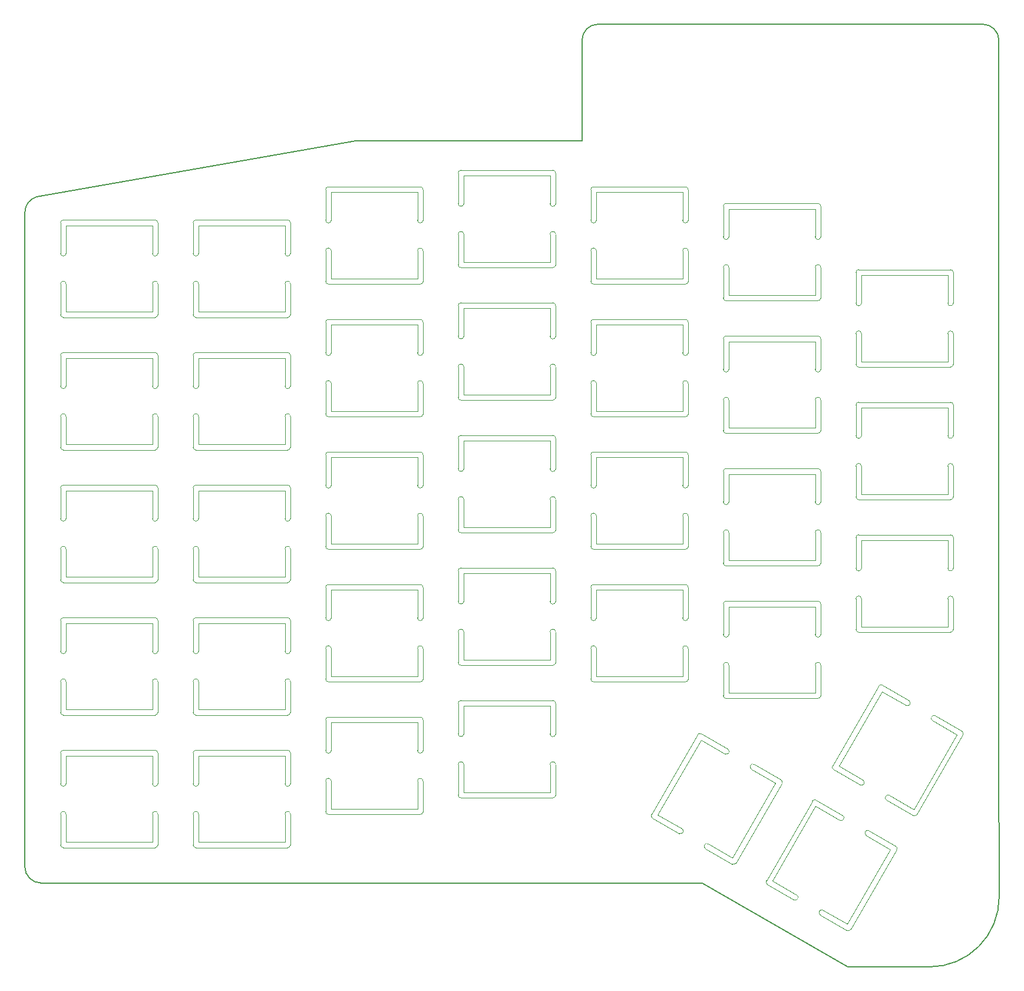
<source format=gbr>
G04 #@! TF.GenerationSoftware,KiCad,Pcbnew,5.1.2*
G04 #@! TF.CreationDate,2019-07-12T22:01:27+01:00*
G04 #@! TF.ProjectId,ergosnap,6572676f-736e-4617-902e-6b696361645f,1.0*
G04 #@! TF.SameCoordinates,Original*
G04 #@! TF.FileFunction,Profile,NP*
%FSLAX46Y46*%
G04 Gerber Fmt 4.6, Leading zero omitted, Abs format (unit mm)*
G04 Created by KiCad (PCBNEW 5.1.2) date 2019-07-12 22:01:27*
%MOMM*%
%LPD*%
G04 APERTURE LIST*
%ADD10C,0.150000*%
%ADD11C,0.100000*%
G04 APERTURE END LIST*
D10*
X214878000Y-148317000D02*
G75*
G02X204878000Y-158317000I-10000000J0D01*
G01*
X154940000Y-39624000D02*
X122428000Y-39624000D01*
X154940000Y-25146000D02*
X154940000Y-39624000D01*
X212550000Y-22860000D02*
X157226000Y-22860000D01*
X214836000Y-58674000D02*
X214836000Y-25146000D01*
X204878000Y-158317000D02*
X193167000Y-158317000D01*
X214836000Y-126619000D02*
X214878000Y-148317000D01*
X172212000Y-146252000D02*
X193167000Y-158317000D01*
X214836000Y-122174000D02*
X214836000Y-126619000D01*
X214836000Y-110236000D02*
X214836000Y-122174000D01*
X214836000Y-58674000D02*
X214836000Y-110236000D01*
X214836000Y-25146000D02*
G75*
G03X212550000Y-22860000I-2286000J0D01*
G01*
X74882000Y-143966000D02*
X74882000Y-49864106D01*
X77168000Y-146252000D02*
X114808000Y-146252000D01*
X74882000Y-143966000D02*
G75*
G03X77168000Y-146252000I2286000J0D01*
G01*
X157226000Y-22860000D02*
G75*
G03X154940000Y-25146000I0J-2286000D01*
G01*
X76576340Y-47656000D02*
G75*
G03X74882000Y-49864106I591660J-2208106D01*
G01*
X122428000Y-39624000D02*
X76576340Y-47656000D01*
X114808000Y-146252000D02*
X172212000Y-146252000D01*
D11*
X203077178Y-136418068D02*
X209677178Y-124986532D01*
X202584358Y-135671658D02*
X208784358Y-124932942D01*
X191845642Y-129471658D02*
X198045642Y-118732942D01*
X190952822Y-129418068D02*
X197552822Y-117986532D01*
X202584358Y-135671658D02*
X199120256Y-133671658D01*
X202530768Y-136564478D02*
X198720256Y-134364478D01*
X205320256Y-122932942D02*
X208784358Y-124932942D01*
X209530768Y-124440122D02*
X205720256Y-122240122D01*
X201509744Y-120732942D02*
X198045642Y-118732942D01*
X201909744Y-120040122D02*
X198099232Y-117840122D01*
X191845642Y-129471658D02*
X195309744Y-131471658D01*
X194909744Y-132164478D02*
X191099232Y-129964478D01*
X209530768Y-124440122D02*
G75*
G02X209677178Y-124986532I-200000J-346410D01*
G01*
X203077178Y-136418068D02*
G75*
G02X202530768Y-136564478I-346410J200000D01*
G01*
X191099232Y-129964478D02*
G75*
G02X190952822Y-129418068I200000J346410D01*
G01*
X197552822Y-117986532D02*
G75*
G02X198099232Y-117840122I346410J-200000D01*
G01*
X198720252Y-134364476D02*
G75*
G02X199120256Y-133671658I200004J346408D01*
G01*
X195309748Y-131471660D02*
G75*
G02X194909744Y-132164478I-200004J-346408D01*
G01*
X205320252Y-122932940D02*
G75*
G02X205720256Y-122240122I200004J346408D01*
G01*
X201909748Y-120040124D02*
G75*
G02X201509744Y-120732942I-200004J-346408D01*
G01*
X193552178Y-152916068D02*
X200152178Y-141484532D01*
X193059358Y-152169658D02*
X199259358Y-141430942D01*
X182320642Y-145969658D02*
X188520642Y-135230942D01*
X181427822Y-145916068D02*
X188027822Y-134484532D01*
X193059358Y-152169658D02*
X189595256Y-150169658D01*
X193005768Y-153062478D02*
X189195256Y-150862478D01*
X195795256Y-139430942D02*
X199259358Y-141430942D01*
X200005768Y-140938122D02*
X196195256Y-138738122D01*
X191984744Y-137230942D02*
X188520642Y-135230942D01*
X192384744Y-136538122D02*
X188574232Y-134338122D01*
X182320642Y-145969658D02*
X185784744Y-147969658D01*
X185384744Y-148662478D02*
X181574232Y-146462478D01*
X200005768Y-140938122D02*
G75*
G02X200152178Y-141484532I-200000J-346410D01*
G01*
X193552178Y-152916068D02*
G75*
G02X193005768Y-153062478I-346410J200000D01*
G01*
X181574232Y-146462478D02*
G75*
G02X181427822Y-145916068I200000J346410D01*
G01*
X188027822Y-134484532D02*
G75*
G02X188574232Y-134338122I346410J-200000D01*
G01*
X189195252Y-150862476D02*
G75*
G02X189595256Y-150169658I200004J346408D01*
G01*
X185784748Y-147969660D02*
G75*
G02X185384744Y-148662478I-200004J-346408D01*
G01*
X195795252Y-139430940D02*
G75*
G02X196195256Y-138738122I200004J346408D01*
G01*
X192384748Y-136538124D02*
G75*
G02X191984744Y-137230942I-200004J-346408D01*
G01*
X177054178Y-143391018D02*
X183654178Y-131959482D01*
X176561358Y-142644608D02*
X182761358Y-131905892D01*
X165822642Y-136444608D02*
X172022642Y-125705892D01*
X164929822Y-136391018D02*
X171529822Y-124959482D01*
X176561358Y-142644608D02*
X173097256Y-140644608D01*
X176507768Y-143537428D02*
X172697256Y-141337428D01*
X179297256Y-129905892D02*
X182761358Y-131905892D01*
X183507768Y-131413072D02*
X179697256Y-129213072D01*
X175486744Y-127705892D02*
X172022642Y-125705892D01*
X175886744Y-127013072D02*
X172076232Y-124813072D01*
X165822642Y-136444608D02*
X169286744Y-138444608D01*
X168886744Y-139137428D02*
X165076232Y-136937428D01*
X183507768Y-131413072D02*
G75*
G02X183654178Y-131959482I-200000J-346410D01*
G01*
X177054178Y-143391018D02*
G75*
G02X176507768Y-143537428I-346410J200000D01*
G01*
X165076232Y-136937428D02*
G75*
G02X164929822Y-136391018I200000J346410D01*
G01*
X171529822Y-124959482D02*
G75*
G02X172076232Y-124813072I346410J-200000D01*
G01*
X172697252Y-141337426D02*
G75*
G02X173097256Y-140644608I200004J346408D01*
G01*
X169286748Y-138444610D02*
G75*
G02X168886744Y-139137428I-200004J-346408D01*
G01*
X179297252Y-129905890D02*
G75*
G02X179697256Y-129213072I200004J346408D01*
G01*
X175886748Y-127013074D02*
G75*
G02X175486744Y-127705892I-200004J-346408D01*
G01*
X137545000Y-134031750D02*
X150745000Y-134031750D01*
X137945000Y-133231750D02*
X150345000Y-133231750D01*
X137945000Y-120831750D02*
X150345000Y-120831750D01*
X137545000Y-120031750D02*
X150745000Y-120031750D01*
X137945000Y-133231750D02*
X137945000Y-129231750D01*
X137145000Y-133631750D02*
X137145000Y-129231750D01*
X150345000Y-129231750D02*
X150345000Y-133231750D01*
X151145000Y-133631750D02*
X151145000Y-129231750D01*
X150345000Y-124831750D02*
X150345000Y-120831750D01*
X151145000Y-124831750D02*
X151145000Y-120431750D01*
X137945000Y-120831750D02*
X137945000Y-124831750D01*
X137145000Y-124831750D02*
X137145000Y-120431750D01*
X151145000Y-133631750D02*
G75*
G02X150745000Y-134031750I-400000J0D01*
G01*
X137545000Y-134031750D02*
G75*
G02X137145000Y-133631750I0J400000D01*
G01*
X137145000Y-120431750D02*
G75*
G02X137545000Y-120031750I400000J0D01*
G01*
X150745000Y-120031750D02*
G75*
G02X151145000Y-120431750I0J-400000D01*
G01*
X137145000Y-129231745D02*
G75*
G02X137945000Y-129231750I400000J-5D01*
G01*
X137945000Y-124831755D02*
G75*
G02X137145000Y-124831750I-400000J5D01*
G01*
X150345000Y-129231745D02*
G75*
G02X151145000Y-129231750I400000J-5D01*
G01*
X151145000Y-124831755D02*
G75*
G02X150345000Y-124831750I-400000J5D01*
G01*
X118495000Y-136413000D02*
X131695000Y-136413000D01*
X118895000Y-135613000D02*
X131295000Y-135613000D01*
X118895000Y-123213000D02*
X131295000Y-123213000D01*
X118495000Y-122413000D02*
X131695000Y-122413000D01*
X118895000Y-135613000D02*
X118895000Y-131613000D01*
X118095000Y-136013000D02*
X118095000Y-131613000D01*
X131295000Y-131613000D02*
X131295000Y-135613000D01*
X132095000Y-136013000D02*
X132095000Y-131613000D01*
X131295000Y-127213000D02*
X131295000Y-123213000D01*
X132095000Y-127213000D02*
X132095000Y-122813000D01*
X118895000Y-123213000D02*
X118895000Y-127213000D01*
X118095000Y-127213000D02*
X118095000Y-122813000D01*
X132095000Y-136013000D02*
G75*
G02X131695000Y-136413000I-400000J0D01*
G01*
X118495000Y-136413000D02*
G75*
G02X118095000Y-136013000I0J400000D01*
G01*
X118095000Y-122813000D02*
G75*
G02X118495000Y-122413000I400000J0D01*
G01*
X131695000Y-122413000D02*
G75*
G02X132095000Y-122813000I0J-400000D01*
G01*
X118095000Y-131612995D02*
G75*
G02X118895000Y-131613000I400000J-5D01*
G01*
X118895000Y-127213005D02*
G75*
G02X118095000Y-127213000I-400000J5D01*
G01*
X131295000Y-131612995D02*
G75*
G02X132095000Y-131613000I400000J-5D01*
G01*
X132095000Y-127213005D02*
G75*
G02X131295000Y-127213000I-400000J5D01*
G01*
X99445000Y-141175500D02*
X112645000Y-141175500D01*
X99845000Y-140375500D02*
X112245000Y-140375500D01*
X99845000Y-127975500D02*
X112245000Y-127975500D01*
X99445000Y-127175500D02*
X112645000Y-127175500D01*
X99845000Y-140375500D02*
X99845000Y-136375500D01*
X99045000Y-140775500D02*
X99045000Y-136375500D01*
X112245000Y-136375500D02*
X112245000Y-140375500D01*
X113045000Y-140775500D02*
X113045000Y-136375500D01*
X112245000Y-131975500D02*
X112245000Y-127975500D01*
X113045000Y-131975500D02*
X113045000Y-127575500D01*
X99845000Y-127975500D02*
X99845000Y-131975500D01*
X99045000Y-131975500D02*
X99045000Y-127575500D01*
X113045000Y-140775500D02*
G75*
G02X112645000Y-141175500I-400000J0D01*
G01*
X99445000Y-141175500D02*
G75*
G02X99045000Y-140775500I0J400000D01*
G01*
X99045000Y-127575500D02*
G75*
G02X99445000Y-127175500I400000J0D01*
G01*
X112645000Y-127175500D02*
G75*
G02X113045000Y-127575500I0J-400000D01*
G01*
X99045000Y-136375495D02*
G75*
G02X99845000Y-136375500I400000J-5D01*
G01*
X99845000Y-131975505D02*
G75*
G02X99045000Y-131975500I-400000J5D01*
G01*
X112245000Y-136375495D02*
G75*
G02X113045000Y-136375500I400000J-5D01*
G01*
X113045000Y-131975505D02*
G75*
G02X112245000Y-131975500I-400000J5D01*
G01*
X80395000Y-141175500D02*
X93595000Y-141175500D01*
X80795000Y-140375500D02*
X93195000Y-140375500D01*
X80795000Y-127975500D02*
X93195000Y-127975500D01*
X80395000Y-127175500D02*
X93595000Y-127175500D01*
X80795000Y-140375500D02*
X80795000Y-136375500D01*
X79995000Y-140775500D02*
X79995000Y-136375500D01*
X93195000Y-136375500D02*
X93195000Y-140375500D01*
X93995000Y-140775500D02*
X93995000Y-136375500D01*
X93195000Y-131975500D02*
X93195000Y-127975500D01*
X93995000Y-131975500D02*
X93995000Y-127575500D01*
X80795000Y-127975500D02*
X80795000Y-131975500D01*
X79995000Y-131975500D02*
X79995000Y-127575500D01*
X93995000Y-140775500D02*
G75*
G02X93595000Y-141175500I-400000J0D01*
G01*
X80395000Y-141175500D02*
G75*
G02X79995000Y-140775500I0J400000D01*
G01*
X79995000Y-127575500D02*
G75*
G02X80395000Y-127175500I400000J0D01*
G01*
X93595000Y-127175500D02*
G75*
G02X93995000Y-127575500I0J-400000D01*
G01*
X79995000Y-136375495D02*
G75*
G02X80795000Y-136375500I400000J-5D01*
G01*
X80795000Y-131975505D02*
G75*
G02X79995000Y-131975500I-400000J5D01*
G01*
X93195000Y-136375495D02*
G75*
G02X93995000Y-136375500I400000J-5D01*
G01*
X93995000Y-131975505D02*
G75*
G02X93195000Y-131975500I-400000J5D01*
G01*
X194695000Y-110219250D02*
X207895000Y-110219250D01*
X195095000Y-109419250D02*
X207495000Y-109419250D01*
X195095000Y-97019250D02*
X207495000Y-97019250D01*
X194695000Y-96219250D02*
X207895000Y-96219250D01*
X195095000Y-109419250D02*
X195095000Y-105419250D01*
X194295000Y-109819250D02*
X194295000Y-105419250D01*
X207495000Y-105419250D02*
X207495000Y-109419250D01*
X208295000Y-109819250D02*
X208295000Y-105419250D01*
X207495000Y-101019250D02*
X207495000Y-97019250D01*
X208295000Y-101019250D02*
X208295000Y-96619250D01*
X195095000Y-97019250D02*
X195095000Y-101019250D01*
X194295000Y-101019250D02*
X194295000Y-96619250D01*
X208295000Y-109819250D02*
G75*
G02X207895000Y-110219250I-400000J0D01*
G01*
X194695000Y-110219250D02*
G75*
G02X194295000Y-109819250I0J400000D01*
G01*
X194295000Y-96619250D02*
G75*
G02X194695000Y-96219250I400000J0D01*
G01*
X207895000Y-96219250D02*
G75*
G02X208295000Y-96619250I0J-400000D01*
G01*
X194295000Y-105419245D02*
G75*
G02X195095000Y-105419250I400000J-5D01*
G01*
X195095000Y-101019255D02*
G75*
G02X194295000Y-101019250I-400000J5D01*
G01*
X207495000Y-105419245D02*
G75*
G02X208295000Y-105419250I400000J-5D01*
G01*
X208295000Y-101019255D02*
G75*
G02X207495000Y-101019250I-400000J5D01*
G01*
X194695000Y-91169250D02*
X207895000Y-91169250D01*
X195095000Y-90369250D02*
X207495000Y-90369250D01*
X195095000Y-77969250D02*
X207495000Y-77969250D01*
X194695000Y-77169250D02*
X207895000Y-77169250D01*
X195095000Y-90369250D02*
X195095000Y-86369250D01*
X194295000Y-90769250D02*
X194295000Y-86369250D01*
X207495000Y-86369250D02*
X207495000Y-90369250D01*
X208295000Y-90769250D02*
X208295000Y-86369250D01*
X207495000Y-81969250D02*
X207495000Y-77969250D01*
X208295000Y-81969250D02*
X208295000Y-77569250D01*
X195095000Y-77969250D02*
X195095000Y-81969250D01*
X194295000Y-81969250D02*
X194295000Y-77569250D01*
X208295000Y-90769250D02*
G75*
G02X207895000Y-91169250I-400000J0D01*
G01*
X194695000Y-91169250D02*
G75*
G02X194295000Y-90769250I0J400000D01*
G01*
X194295000Y-77569250D02*
G75*
G02X194695000Y-77169250I400000J0D01*
G01*
X207895000Y-77169250D02*
G75*
G02X208295000Y-77569250I0J-400000D01*
G01*
X194295000Y-86369245D02*
G75*
G02X195095000Y-86369250I400000J-5D01*
G01*
X195095000Y-81969255D02*
G75*
G02X194295000Y-81969250I-400000J5D01*
G01*
X207495000Y-86369245D02*
G75*
G02X208295000Y-86369250I400000J-5D01*
G01*
X208295000Y-81969255D02*
G75*
G02X207495000Y-81969250I-400000J5D01*
G01*
X194695000Y-72119250D02*
X207895000Y-72119250D01*
X195095000Y-71319250D02*
X207495000Y-71319250D01*
X195095000Y-58919250D02*
X207495000Y-58919250D01*
X194695000Y-58119250D02*
X207895000Y-58119250D01*
X195095000Y-71319250D02*
X195095000Y-67319250D01*
X194295000Y-71719250D02*
X194295000Y-67319250D01*
X207495000Y-67319250D02*
X207495000Y-71319250D01*
X208295000Y-71719250D02*
X208295000Y-67319250D01*
X207495000Y-62919250D02*
X207495000Y-58919250D01*
X208295000Y-62919250D02*
X208295000Y-58519250D01*
X195095000Y-58919250D02*
X195095000Y-62919250D01*
X194295000Y-62919250D02*
X194295000Y-58519250D01*
X208295000Y-71719250D02*
G75*
G02X207895000Y-72119250I-400000J0D01*
G01*
X194695000Y-72119250D02*
G75*
G02X194295000Y-71719250I0J400000D01*
G01*
X194295000Y-58519250D02*
G75*
G02X194695000Y-58119250I400000J0D01*
G01*
X207895000Y-58119250D02*
G75*
G02X208295000Y-58519250I0J-400000D01*
G01*
X194295000Y-67319245D02*
G75*
G02X195095000Y-67319250I400000J-5D01*
G01*
X195095000Y-62919255D02*
G75*
G02X194295000Y-62919250I-400000J5D01*
G01*
X207495000Y-67319245D02*
G75*
G02X208295000Y-67319250I400000J-5D01*
G01*
X208295000Y-62919255D02*
G75*
G02X207495000Y-62919250I-400000J5D01*
G01*
X175645000Y-119744250D02*
X188845000Y-119744250D01*
X176045000Y-118944250D02*
X188445000Y-118944250D01*
X176045000Y-106544250D02*
X188445000Y-106544250D01*
X175645000Y-105744250D02*
X188845000Y-105744250D01*
X176045000Y-118944250D02*
X176045000Y-114944250D01*
X175245000Y-119344250D02*
X175245000Y-114944250D01*
X188445000Y-114944250D02*
X188445000Y-118944250D01*
X189245000Y-119344250D02*
X189245000Y-114944250D01*
X188445000Y-110544250D02*
X188445000Y-106544250D01*
X189245000Y-110544250D02*
X189245000Y-106144250D01*
X176045000Y-106544250D02*
X176045000Y-110544250D01*
X175245000Y-110544250D02*
X175245000Y-106144250D01*
X189245000Y-119344250D02*
G75*
G02X188845000Y-119744250I-400000J0D01*
G01*
X175645000Y-119744250D02*
G75*
G02X175245000Y-119344250I0J400000D01*
G01*
X175245000Y-106144250D02*
G75*
G02X175645000Y-105744250I400000J0D01*
G01*
X188845000Y-105744250D02*
G75*
G02X189245000Y-106144250I0J-400000D01*
G01*
X175245000Y-114944245D02*
G75*
G02X176045000Y-114944250I400000J-5D01*
G01*
X176045000Y-110544255D02*
G75*
G02X175245000Y-110544250I-400000J5D01*
G01*
X188445000Y-114944245D02*
G75*
G02X189245000Y-114944250I400000J-5D01*
G01*
X189245000Y-110544255D02*
G75*
G02X188445000Y-110544250I-400000J5D01*
G01*
X175645000Y-100694250D02*
X188845000Y-100694250D01*
X176045000Y-99894250D02*
X188445000Y-99894250D01*
X176045000Y-87494250D02*
X188445000Y-87494250D01*
X175645000Y-86694250D02*
X188845000Y-86694250D01*
X176045000Y-99894250D02*
X176045000Y-95894250D01*
X175245000Y-100294250D02*
X175245000Y-95894250D01*
X188445000Y-95894250D02*
X188445000Y-99894250D01*
X189245000Y-100294250D02*
X189245000Y-95894250D01*
X188445000Y-91494250D02*
X188445000Y-87494250D01*
X189245000Y-91494250D02*
X189245000Y-87094250D01*
X176045000Y-87494250D02*
X176045000Y-91494250D01*
X175245000Y-91494250D02*
X175245000Y-87094250D01*
X189245000Y-100294250D02*
G75*
G02X188845000Y-100694250I-400000J0D01*
G01*
X175645000Y-100694250D02*
G75*
G02X175245000Y-100294250I0J400000D01*
G01*
X175245000Y-87094250D02*
G75*
G02X175645000Y-86694250I400000J0D01*
G01*
X188845000Y-86694250D02*
G75*
G02X189245000Y-87094250I0J-400000D01*
G01*
X175245000Y-95894245D02*
G75*
G02X176045000Y-95894250I400000J-5D01*
G01*
X176045000Y-91494255D02*
G75*
G02X175245000Y-91494250I-400000J5D01*
G01*
X188445000Y-95894245D02*
G75*
G02X189245000Y-95894250I400000J-5D01*
G01*
X189245000Y-91494255D02*
G75*
G02X188445000Y-91494250I-400000J5D01*
G01*
X175645000Y-81644250D02*
X188845000Y-81644250D01*
X176045000Y-80844250D02*
X188445000Y-80844250D01*
X176045000Y-68444250D02*
X188445000Y-68444250D01*
X175645000Y-67644250D02*
X188845000Y-67644250D01*
X176045000Y-80844250D02*
X176045000Y-76844250D01*
X175245000Y-81244250D02*
X175245000Y-76844250D01*
X188445000Y-76844250D02*
X188445000Y-80844250D01*
X189245000Y-81244250D02*
X189245000Y-76844250D01*
X188445000Y-72444250D02*
X188445000Y-68444250D01*
X189245000Y-72444250D02*
X189245000Y-68044250D01*
X176045000Y-68444250D02*
X176045000Y-72444250D01*
X175245000Y-72444250D02*
X175245000Y-68044250D01*
X189245000Y-81244250D02*
G75*
G02X188845000Y-81644250I-400000J0D01*
G01*
X175645000Y-81644250D02*
G75*
G02X175245000Y-81244250I0J400000D01*
G01*
X175245000Y-68044250D02*
G75*
G02X175645000Y-67644250I400000J0D01*
G01*
X188845000Y-67644250D02*
G75*
G02X189245000Y-68044250I0J-400000D01*
G01*
X175245000Y-76844245D02*
G75*
G02X176045000Y-76844250I400000J-5D01*
G01*
X176045000Y-72444255D02*
G75*
G02X175245000Y-72444250I-400000J5D01*
G01*
X188445000Y-76844245D02*
G75*
G02X189245000Y-76844250I400000J-5D01*
G01*
X189245000Y-72444255D02*
G75*
G02X188445000Y-72444250I-400000J5D01*
G01*
X175645000Y-62594250D02*
X188845000Y-62594250D01*
X176045000Y-61794250D02*
X188445000Y-61794250D01*
X176045000Y-49394250D02*
X188445000Y-49394250D01*
X175645000Y-48594250D02*
X188845000Y-48594250D01*
X176045000Y-61794250D02*
X176045000Y-57794250D01*
X175245000Y-62194250D02*
X175245000Y-57794250D01*
X188445000Y-57794250D02*
X188445000Y-61794250D01*
X189245000Y-62194250D02*
X189245000Y-57794250D01*
X188445000Y-53394250D02*
X188445000Y-49394250D01*
X189245000Y-53394250D02*
X189245000Y-48994250D01*
X176045000Y-49394250D02*
X176045000Y-53394250D01*
X175245000Y-53394250D02*
X175245000Y-48994250D01*
X189245000Y-62194250D02*
G75*
G02X188845000Y-62594250I-400000J0D01*
G01*
X175645000Y-62594250D02*
G75*
G02X175245000Y-62194250I0J400000D01*
G01*
X175245000Y-48994250D02*
G75*
G02X175645000Y-48594250I400000J0D01*
G01*
X188845000Y-48594250D02*
G75*
G02X189245000Y-48994250I0J-400000D01*
G01*
X175245000Y-57794245D02*
G75*
G02X176045000Y-57794250I400000J-5D01*
G01*
X176045000Y-53394255D02*
G75*
G02X175245000Y-53394250I-400000J5D01*
G01*
X188445000Y-57794245D02*
G75*
G02X189245000Y-57794250I400000J-5D01*
G01*
X189245000Y-53394255D02*
G75*
G02X188445000Y-53394250I-400000J5D01*
G01*
X156595000Y-117363000D02*
X169795000Y-117363000D01*
X156995000Y-116563000D02*
X169395000Y-116563000D01*
X156995000Y-104163000D02*
X169395000Y-104163000D01*
X156595000Y-103363000D02*
X169795000Y-103363000D01*
X156995000Y-116563000D02*
X156995000Y-112563000D01*
X156195000Y-116963000D02*
X156195000Y-112563000D01*
X169395000Y-112563000D02*
X169395000Y-116563000D01*
X170195000Y-116963000D02*
X170195000Y-112563000D01*
X169395000Y-108163000D02*
X169395000Y-104163000D01*
X170195000Y-108163000D02*
X170195000Y-103763000D01*
X156995000Y-104163000D02*
X156995000Y-108163000D01*
X156195000Y-108163000D02*
X156195000Y-103763000D01*
X170195000Y-116963000D02*
G75*
G02X169795000Y-117363000I-400000J0D01*
G01*
X156595000Y-117363000D02*
G75*
G02X156195000Y-116963000I0J400000D01*
G01*
X156195000Y-103763000D02*
G75*
G02X156595000Y-103363000I400000J0D01*
G01*
X169795000Y-103363000D02*
G75*
G02X170195000Y-103763000I0J-400000D01*
G01*
X156195000Y-112562995D02*
G75*
G02X156995000Y-112563000I400000J-5D01*
G01*
X156995000Y-108163005D02*
G75*
G02X156195000Y-108163000I-400000J5D01*
G01*
X169395000Y-112562995D02*
G75*
G02X170195000Y-112563000I400000J-5D01*
G01*
X170195000Y-108163005D02*
G75*
G02X169395000Y-108163000I-400000J5D01*
G01*
X156595000Y-98313000D02*
X169795000Y-98313000D01*
X156995000Y-97513000D02*
X169395000Y-97513000D01*
X156995000Y-85113000D02*
X169395000Y-85113000D01*
X156595000Y-84313000D02*
X169795000Y-84313000D01*
X156995000Y-97513000D02*
X156995000Y-93513000D01*
X156195000Y-97913000D02*
X156195000Y-93513000D01*
X169395000Y-93513000D02*
X169395000Y-97513000D01*
X170195000Y-97913000D02*
X170195000Y-93513000D01*
X169395000Y-89113000D02*
X169395000Y-85113000D01*
X170195000Y-89113000D02*
X170195000Y-84713000D01*
X156995000Y-85113000D02*
X156995000Y-89113000D01*
X156195000Y-89113000D02*
X156195000Y-84713000D01*
X170195000Y-97913000D02*
G75*
G02X169795000Y-98313000I-400000J0D01*
G01*
X156595000Y-98313000D02*
G75*
G02X156195000Y-97913000I0J400000D01*
G01*
X156195000Y-84713000D02*
G75*
G02X156595000Y-84313000I400000J0D01*
G01*
X169795000Y-84313000D02*
G75*
G02X170195000Y-84713000I0J-400000D01*
G01*
X156195000Y-93512995D02*
G75*
G02X156995000Y-93513000I400000J-5D01*
G01*
X156995000Y-89113005D02*
G75*
G02X156195000Y-89113000I-400000J5D01*
G01*
X169395000Y-93512995D02*
G75*
G02X170195000Y-93513000I400000J-5D01*
G01*
X170195000Y-89113005D02*
G75*
G02X169395000Y-89113000I-400000J5D01*
G01*
X156595000Y-79263000D02*
X169795000Y-79263000D01*
X156995000Y-78463000D02*
X169395000Y-78463000D01*
X156995000Y-66063000D02*
X169395000Y-66063000D01*
X156595000Y-65263000D02*
X169795000Y-65263000D01*
X156995000Y-78463000D02*
X156995000Y-74463000D01*
X156195000Y-78863000D02*
X156195000Y-74463000D01*
X169395000Y-74463000D02*
X169395000Y-78463000D01*
X170195000Y-78863000D02*
X170195000Y-74463000D01*
X169395000Y-70063000D02*
X169395000Y-66063000D01*
X170195000Y-70063000D02*
X170195000Y-65663000D01*
X156995000Y-66063000D02*
X156995000Y-70063000D01*
X156195000Y-70063000D02*
X156195000Y-65663000D01*
X170195000Y-78863000D02*
G75*
G02X169795000Y-79263000I-400000J0D01*
G01*
X156595000Y-79263000D02*
G75*
G02X156195000Y-78863000I0J400000D01*
G01*
X156195000Y-65663000D02*
G75*
G02X156595000Y-65263000I400000J0D01*
G01*
X169795000Y-65263000D02*
G75*
G02X170195000Y-65663000I0J-400000D01*
G01*
X156195000Y-74462995D02*
G75*
G02X156995000Y-74463000I400000J-5D01*
G01*
X156995000Y-70063005D02*
G75*
G02X156195000Y-70063000I-400000J5D01*
G01*
X169395000Y-74462995D02*
G75*
G02X170195000Y-74463000I400000J-5D01*
G01*
X170195000Y-70063005D02*
G75*
G02X169395000Y-70063000I-400000J5D01*
G01*
X156595000Y-60213000D02*
X169795000Y-60213000D01*
X156995000Y-59413000D02*
X169395000Y-59413000D01*
X156995000Y-47013000D02*
X169395000Y-47013000D01*
X156595000Y-46213000D02*
X169795000Y-46213000D01*
X156995000Y-59413000D02*
X156995000Y-55413000D01*
X156195000Y-59813000D02*
X156195000Y-55413000D01*
X169395000Y-55413000D02*
X169395000Y-59413000D01*
X170195000Y-59813000D02*
X170195000Y-55413000D01*
X169395000Y-51013000D02*
X169395000Y-47013000D01*
X170195000Y-51013000D02*
X170195000Y-46613000D01*
X156995000Y-47013000D02*
X156995000Y-51013000D01*
X156195000Y-51013000D02*
X156195000Y-46613000D01*
X170195000Y-59813000D02*
G75*
G02X169795000Y-60213000I-400000J0D01*
G01*
X156595000Y-60213000D02*
G75*
G02X156195000Y-59813000I0J400000D01*
G01*
X156195000Y-46613000D02*
G75*
G02X156595000Y-46213000I400000J0D01*
G01*
X169795000Y-46213000D02*
G75*
G02X170195000Y-46613000I0J-400000D01*
G01*
X156195000Y-55412995D02*
G75*
G02X156995000Y-55413000I400000J-5D01*
G01*
X156995000Y-51013005D02*
G75*
G02X156195000Y-51013000I-400000J5D01*
G01*
X169395000Y-55412995D02*
G75*
G02X170195000Y-55413000I400000J-5D01*
G01*
X170195000Y-51013005D02*
G75*
G02X169395000Y-51013000I-400000J5D01*
G01*
X137545000Y-114981750D02*
X150745000Y-114981750D01*
X137945000Y-114181750D02*
X150345000Y-114181750D01*
X137945000Y-101781750D02*
X150345000Y-101781750D01*
X137545000Y-100981750D02*
X150745000Y-100981750D01*
X137945000Y-114181750D02*
X137945000Y-110181750D01*
X137145000Y-114581750D02*
X137145000Y-110181750D01*
X150345000Y-110181750D02*
X150345000Y-114181750D01*
X151145000Y-114581750D02*
X151145000Y-110181750D01*
X150345000Y-105781750D02*
X150345000Y-101781750D01*
X151145000Y-105781750D02*
X151145000Y-101381750D01*
X137945000Y-101781750D02*
X137945000Y-105781750D01*
X137145000Y-105781750D02*
X137145000Y-101381750D01*
X151145000Y-114581750D02*
G75*
G02X150745000Y-114981750I-400000J0D01*
G01*
X137545000Y-114981750D02*
G75*
G02X137145000Y-114581750I0J400000D01*
G01*
X137145000Y-101381750D02*
G75*
G02X137545000Y-100981750I400000J0D01*
G01*
X150745000Y-100981750D02*
G75*
G02X151145000Y-101381750I0J-400000D01*
G01*
X137145000Y-110181745D02*
G75*
G02X137945000Y-110181750I400000J-5D01*
G01*
X137945000Y-105781755D02*
G75*
G02X137145000Y-105781750I-400000J5D01*
G01*
X150345000Y-110181745D02*
G75*
G02X151145000Y-110181750I400000J-5D01*
G01*
X151145000Y-105781755D02*
G75*
G02X150345000Y-105781750I-400000J5D01*
G01*
X137545000Y-95931750D02*
X150745000Y-95931750D01*
X137945000Y-95131750D02*
X150345000Y-95131750D01*
X137945000Y-82731750D02*
X150345000Y-82731750D01*
X137545000Y-81931750D02*
X150745000Y-81931750D01*
X137945000Y-95131750D02*
X137945000Y-91131750D01*
X137145000Y-95531750D02*
X137145000Y-91131750D01*
X150345000Y-91131750D02*
X150345000Y-95131750D01*
X151145000Y-95531750D02*
X151145000Y-91131750D01*
X150345000Y-86731750D02*
X150345000Y-82731750D01*
X151145000Y-86731750D02*
X151145000Y-82331750D01*
X137945000Y-82731750D02*
X137945000Y-86731750D01*
X137145000Y-86731750D02*
X137145000Y-82331750D01*
X151145000Y-95531750D02*
G75*
G02X150745000Y-95931750I-400000J0D01*
G01*
X137545000Y-95931750D02*
G75*
G02X137145000Y-95531750I0J400000D01*
G01*
X137145000Y-82331750D02*
G75*
G02X137545000Y-81931750I400000J0D01*
G01*
X150745000Y-81931750D02*
G75*
G02X151145000Y-82331750I0J-400000D01*
G01*
X137145000Y-91131745D02*
G75*
G02X137945000Y-91131750I400000J-5D01*
G01*
X137945000Y-86731755D02*
G75*
G02X137145000Y-86731750I-400000J5D01*
G01*
X150345000Y-91131745D02*
G75*
G02X151145000Y-91131750I400000J-5D01*
G01*
X151145000Y-86731755D02*
G75*
G02X150345000Y-86731750I-400000J5D01*
G01*
X137545000Y-76881750D02*
X150745000Y-76881750D01*
X137945000Y-76081750D02*
X150345000Y-76081750D01*
X137945000Y-63681750D02*
X150345000Y-63681750D01*
X137545000Y-62881750D02*
X150745000Y-62881750D01*
X137945000Y-76081750D02*
X137945000Y-72081750D01*
X137145000Y-76481750D02*
X137145000Y-72081750D01*
X150345000Y-72081750D02*
X150345000Y-76081750D01*
X151145000Y-76481750D02*
X151145000Y-72081750D01*
X150345000Y-67681750D02*
X150345000Y-63681750D01*
X151145000Y-67681750D02*
X151145000Y-63281750D01*
X137945000Y-63681750D02*
X137945000Y-67681750D01*
X137145000Y-67681750D02*
X137145000Y-63281750D01*
X151145000Y-76481750D02*
G75*
G02X150745000Y-76881750I-400000J0D01*
G01*
X137545000Y-76881750D02*
G75*
G02X137145000Y-76481750I0J400000D01*
G01*
X137145000Y-63281750D02*
G75*
G02X137545000Y-62881750I400000J0D01*
G01*
X150745000Y-62881750D02*
G75*
G02X151145000Y-63281750I0J-400000D01*
G01*
X137145000Y-72081745D02*
G75*
G02X137945000Y-72081750I400000J-5D01*
G01*
X137945000Y-67681755D02*
G75*
G02X137145000Y-67681750I-400000J5D01*
G01*
X150345000Y-72081745D02*
G75*
G02X151145000Y-72081750I400000J-5D01*
G01*
X151145000Y-67681755D02*
G75*
G02X150345000Y-67681750I-400000J5D01*
G01*
X137545000Y-57831750D02*
X150745000Y-57831750D01*
X137945000Y-57031750D02*
X150345000Y-57031750D01*
X137945000Y-44631750D02*
X150345000Y-44631750D01*
X137545000Y-43831750D02*
X150745000Y-43831750D01*
X137945000Y-57031750D02*
X137945000Y-53031750D01*
X137145000Y-57431750D02*
X137145000Y-53031750D01*
X150345000Y-53031750D02*
X150345000Y-57031750D01*
X151145000Y-57431750D02*
X151145000Y-53031750D01*
X150345000Y-48631750D02*
X150345000Y-44631750D01*
X151145000Y-48631750D02*
X151145000Y-44231750D01*
X137945000Y-44631750D02*
X137945000Y-48631750D01*
X137145000Y-48631750D02*
X137145000Y-44231750D01*
X151145000Y-57431750D02*
G75*
G02X150745000Y-57831750I-400000J0D01*
G01*
X137545000Y-57831750D02*
G75*
G02X137145000Y-57431750I0J400000D01*
G01*
X137145000Y-44231750D02*
G75*
G02X137545000Y-43831750I400000J0D01*
G01*
X150745000Y-43831750D02*
G75*
G02X151145000Y-44231750I0J-400000D01*
G01*
X137145000Y-53031745D02*
G75*
G02X137945000Y-53031750I400000J-5D01*
G01*
X137945000Y-48631755D02*
G75*
G02X137145000Y-48631750I-400000J5D01*
G01*
X150345000Y-53031745D02*
G75*
G02X151145000Y-53031750I400000J-5D01*
G01*
X151145000Y-48631755D02*
G75*
G02X150345000Y-48631750I-400000J5D01*
G01*
X118495000Y-117363000D02*
X131695000Y-117363000D01*
X118895000Y-116563000D02*
X131295000Y-116563000D01*
X118895000Y-104163000D02*
X131295000Y-104163000D01*
X118495000Y-103363000D02*
X131695000Y-103363000D01*
X118895000Y-116563000D02*
X118895000Y-112563000D01*
X118095000Y-116963000D02*
X118095000Y-112563000D01*
X131295000Y-112563000D02*
X131295000Y-116563000D01*
X132095000Y-116963000D02*
X132095000Y-112563000D01*
X131295000Y-108163000D02*
X131295000Y-104163000D01*
X132095000Y-108163000D02*
X132095000Y-103763000D01*
X118895000Y-104163000D02*
X118895000Y-108163000D01*
X118095000Y-108163000D02*
X118095000Y-103763000D01*
X132095000Y-116963000D02*
G75*
G02X131695000Y-117363000I-400000J0D01*
G01*
X118495000Y-117363000D02*
G75*
G02X118095000Y-116963000I0J400000D01*
G01*
X118095000Y-103763000D02*
G75*
G02X118495000Y-103363000I400000J0D01*
G01*
X131695000Y-103363000D02*
G75*
G02X132095000Y-103763000I0J-400000D01*
G01*
X118095000Y-112562995D02*
G75*
G02X118895000Y-112563000I400000J-5D01*
G01*
X118895000Y-108163005D02*
G75*
G02X118095000Y-108163000I-400000J5D01*
G01*
X131295000Y-112562995D02*
G75*
G02X132095000Y-112563000I400000J-5D01*
G01*
X132095000Y-108163005D02*
G75*
G02X131295000Y-108163000I-400000J5D01*
G01*
X118495000Y-98313000D02*
X131695000Y-98313000D01*
X118895000Y-97513000D02*
X131295000Y-97513000D01*
X118895000Y-85113000D02*
X131295000Y-85113000D01*
X118495000Y-84313000D02*
X131695000Y-84313000D01*
X118895000Y-97513000D02*
X118895000Y-93513000D01*
X118095000Y-97913000D02*
X118095000Y-93513000D01*
X131295000Y-93513000D02*
X131295000Y-97513000D01*
X132095000Y-97913000D02*
X132095000Y-93513000D01*
X131295000Y-89113000D02*
X131295000Y-85113000D01*
X132095000Y-89113000D02*
X132095000Y-84713000D01*
X118895000Y-85113000D02*
X118895000Y-89113000D01*
X118095000Y-89113000D02*
X118095000Y-84713000D01*
X132095000Y-97913000D02*
G75*
G02X131695000Y-98313000I-400000J0D01*
G01*
X118495000Y-98313000D02*
G75*
G02X118095000Y-97913000I0J400000D01*
G01*
X118095000Y-84713000D02*
G75*
G02X118495000Y-84313000I400000J0D01*
G01*
X131695000Y-84313000D02*
G75*
G02X132095000Y-84713000I0J-400000D01*
G01*
X118095000Y-93512995D02*
G75*
G02X118895000Y-93513000I400000J-5D01*
G01*
X118895000Y-89113005D02*
G75*
G02X118095000Y-89113000I-400000J5D01*
G01*
X131295000Y-93512995D02*
G75*
G02X132095000Y-93513000I400000J-5D01*
G01*
X132095000Y-89113005D02*
G75*
G02X131295000Y-89113000I-400000J5D01*
G01*
X118495000Y-79263000D02*
X131695000Y-79263000D01*
X118895000Y-78463000D02*
X131295000Y-78463000D01*
X118895000Y-66063000D02*
X131295000Y-66063000D01*
X118495000Y-65263000D02*
X131695000Y-65263000D01*
X118895000Y-78463000D02*
X118895000Y-74463000D01*
X118095000Y-78863000D02*
X118095000Y-74463000D01*
X131295000Y-74463000D02*
X131295000Y-78463000D01*
X132095000Y-78863000D02*
X132095000Y-74463000D01*
X131295000Y-70063000D02*
X131295000Y-66063000D01*
X132095000Y-70063000D02*
X132095000Y-65663000D01*
X118895000Y-66063000D02*
X118895000Y-70063000D01*
X118095000Y-70063000D02*
X118095000Y-65663000D01*
X132095000Y-78863000D02*
G75*
G02X131695000Y-79263000I-400000J0D01*
G01*
X118495000Y-79263000D02*
G75*
G02X118095000Y-78863000I0J400000D01*
G01*
X118095000Y-65663000D02*
G75*
G02X118495000Y-65263000I400000J0D01*
G01*
X131695000Y-65263000D02*
G75*
G02X132095000Y-65663000I0J-400000D01*
G01*
X118095000Y-74462995D02*
G75*
G02X118895000Y-74463000I400000J-5D01*
G01*
X118895000Y-70063005D02*
G75*
G02X118095000Y-70063000I-400000J5D01*
G01*
X131295000Y-74462995D02*
G75*
G02X132095000Y-74463000I400000J-5D01*
G01*
X132095000Y-70063005D02*
G75*
G02X131295000Y-70063000I-400000J5D01*
G01*
X118495000Y-60213000D02*
X131695000Y-60213000D01*
X118895000Y-59413000D02*
X131295000Y-59413000D01*
X118895000Y-47013000D02*
X131295000Y-47013000D01*
X118495000Y-46213000D02*
X131695000Y-46213000D01*
X118895000Y-59413000D02*
X118895000Y-55413000D01*
X118095000Y-59813000D02*
X118095000Y-55413000D01*
X131295000Y-55413000D02*
X131295000Y-59413000D01*
X132095000Y-59813000D02*
X132095000Y-55413000D01*
X131295000Y-51013000D02*
X131295000Y-47013000D01*
X132095000Y-51013000D02*
X132095000Y-46613000D01*
X118895000Y-47013000D02*
X118895000Y-51013000D01*
X118095000Y-51013000D02*
X118095000Y-46613000D01*
X132095000Y-59813000D02*
G75*
G02X131695000Y-60213000I-400000J0D01*
G01*
X118495000Y-60213000D02*
G75*
G02X118095000Y-59813000I0J400000D01*
G01*
X118095000Y-46613000D02*
G75*
G02X118495000Y-46213000I400000J0D01*
G01*
X131695000Y-46213000D02*
G75*
G02X132095000Y-46613000I0J-400000D01*
G01*
X118095000Y-55412995D02*
G75*
G02X118895000Y-55413000I400000J-5D01*
G01*
X118895000Y-51013005D02*
G75*
G02X118095000Y-51013000I-400000J5D01*
G01*
X131295000Y-55412995D02*
G75*
G02X132095000Y-55413000I400000J-5D01*
G01*
X132095000Y-51013005D02*
G75*
G02X131295000Y-51013000I-400000J5D01*
G01*
X99445000Y-122125500D02*
X112645000Y-122125500D01*
X99845000Y-121325500D02*
X112245000Y-121325500D01*
X99845000Y-108925500D02*
X112245000Y-108925500D01*
X99445000Y-108125500D02*
X112645000Y-108125500D01*
X99845000Y-121325500D02*
X99845000Y-117325500D01*
X99045000Y-121725500D02*
X99045000Y-117325500D01*
X112245000Y-117325500D02*
X112245000Y-121325500D01*
X113045000Y-121725500D02*
X113045000Y-117325500D01*
X112245000Y-112925500D02*
X112245000Y-108925500D01*
X113045000Y-112925500D02*
X113045000Y-108525500D01*
X99845000Y-108925500D02*
X99845000Y-112925500D01*
X99045000Y-112925500D02*
X99045000Y-108525500D01*
X113045000Y-121725500D02*
G75*
G02X112645000Y-122125500I-400000J0D01*
G01*
X99445000Y-122125500D02*
G75*
G02X99045000Y-121725500I0J400000D01*
G01*
X99045000Y-108525500D02*
G75*
G02X99445000Y-108125500I400000J0D01*
G01*
X112645000Y-108125500D02*
G75*
G02X113045000Y-108525500I0J-400000D01*
G01*
X99045000Y-117325495D02*
G75*
G02X99845000Y-117325500I400000J-5D01*
G01*
X99845000Y-112925505D02*
G75*
G02X99045000Y-112925500I-400000J5D01*
G01*
X112245000Y-117325495D02*
G75*
G02X113045000Y-117325500I400000J-5D01*
G01*
X113045000Y-112925505D02*
G75*
G02X112245000Y-112925500I-400000J5D01*
G01*
X99445000Y-103075500D02*
X112645000Y-103075500D01*
X99845000Y-102275500D02*
X112245000Y-102275500D01*
X99845000Y-89875500D02*
X112245000Y-89875500D01*
X99445000Y-89075500D02*
X112645000Y-89075500D01*
X99845000Y-102275500D02*
X99845000Y-98275500D01*
X99045000Y-102675500D02*
X99045000Y-98275500D01*
X112245000Y-98275500D02*
X112245000Y-102275500D01*
X113045000Y-102675500D02*
X113045000Y-98275500D01*
X112245000Y-93875500D02*
X112245000Y-89875500D01*
X113045000Y-93875500D02*
X113045000Y-89475500D01*
X99845000Y-89875500D02*
X99845000Y-93875500D01*
X99045000Y-93875500D02*
X99045000Y-89475500D01*
X113045000Y-102675500D02*
G75*
G02X112645000Y-103075500I-400000J0D01*
G01*
X99445000Y-103075500D02*
G75*
G02X99045000Y-102675500I0J400000D01*
G01*
X99045000Y-89475500D02*
G75*
G02X99445000Y-89075500I400000J0D01*
G01*
X112645000Y-89075500D02*
G75*
G02X113045000Y-89475500I0J-400000D01*
G01*
X99045000Y-98275495D02*
G75*
G02X99845000Y-98275500I400000J-5D01*
G01*
X99845000Y-93875505D02*
G75*
G02X99045000Y-93875500I-400000J5D01*
G01*
X112245000Y-98275495D02*
G75*
G02X113045000Y-98275500I400000J-5D01*
G01*
X113045000Y-93875505D02*
G75*
G02X112245000Y-93875500I-400000J5D01*
G01*
X99445000Y-84025500D02*
X112645000Y-84025500D01*
X99845000Y-83225500D02*
X112245000Y-83225500D01*
X99845000Y-70825500D02*
X112245000Y-70825500D01*
X99445000Y-70025500D02*
X112645000Y-70025500D01*
X99845000Y-83225500D02*
X99845000Y-79225500D01*
X99045000Y-83625500D02*
X99045000Y-79225500D01*
X112245000Y-79225500D02*
X112245000Y-83225500D01*
X113045000Y-83625500D02*
X113045000Y-79225500D01*
X112245000Y-74825500D02*
X112245000Y-70825500D01*
X113045000Y-74825500D02*
X113045000Y-70425500D01*
X99845000Y-70825500D02*
X99845000Y-74825500D01*
X99045000Y-74825500D02*
X99045000Y-70425500D01*
X113045000Y-83625500D02*
G75*
G02X112645000Y-84025500I-400000J0D01*
G01*
X99445000Y-84025500D02*
G75*
G02X99045000Y-83625500I0J400000D01*
G01*
X99045000Y-70425500D02*
G75*
G02X99445000Y-70025500I400000J0D01*
G01*
X112645000Y-70025500D02*
G75*
G02X113045000Y-70425500I0J-400000D01*
G01*
X99045000Y-79225495D02*
G75*
G02X99845000Y-79225500I400000J-5D01*
G01*
X99845000Y-74825505D02*
G75*
G02X99045000Y-74825500I-400000J5D01*
G01*
X112245000Y-79225495D02*
G75*
G02X113045000Y-79225500I400000J-5D01*
G01*
X113045000Y-74825505D02*
G75*
G02X112245000Y-74825500I-400000J5D01*
G01*
X99445000Y-64975500D02*
X112645000Y-64975500D01*
X99845000Y-64175500D02*
X112245000Y-64175500D01*
X99845000Y-51775500D02*
X112245000Y-51775500D01*
X99445000Y-50975500D02*
X112645000Y-50975500D01*
X99845000Y-64175500D02*
X99845000Y-60175500D01*
X99045000Y-64575500D02*
X99045000Y-60175500D01*
X112245000Y-60175500D02*
X112245000Y-64175500D01*
X113045000Y-64575500D02*
X113045000Y-60175500D01*
X112245000Y-55775500D02*
X112245000Y-51775500D01*
X113045000Y-55775500D02*
X113045000Y-51375500D01*
X99845000Y-51775500D02*
X99845000Y-55775500D01*
X99045000Y-55775500D02*
X99045000Y-51375500D01*
X113045000Y-64575500D02*
G75*
G02X112645000Y-64975500I-400000J0D01*
G01*
X99445000Y-64975500D02*
G75*
G02X99045000Y-64575500I0J400000D01*
G01*
X99045000Y-51375500D02*
G75*
G02X99445000Y-50975500I400000J0D01*
G01*
X112645000Y-50975500D02*
G75*
G02X113045000Y-51375500I0J-400000D01*
G01*
X99045000Y-60175495D02*
G75*
G02X99845000Y-60175500I400000J-5D01*
G01*
X99845000Y-55775505D02*
G75*
G02X99045000Y-55775500I-400000J5D01*
G01*
X112245000Y-60175495D02*
G75*
G02X113045000Y-60175500I400000J-5D01*
G01*
X113045000Y-55775505D02*
G75*
G02X112245000Y-55775500I-400000J5D01*
G01*
X80395000Y-122125500D02*
X93595000Y-122125500D01*
X80795000Y-121325500D02*
X93195000Y-121325500D01*
X80795000Y-108925500D02*
X93195000Y-108925500D01*
X80395000Y-108125500D02*
X93595000Y-108125500D01*
X80795000Y-121325500D02*
X80795000Y-117325500D01*
X79995000Y-121725500D02*
X79995000Y-117325500D01*
X93195000Y-117325500D02*
X93195000Y-121325500D01*
X93995000Y-121725500D02*
X93995000Y-117325500D01*
X93195000Y-112925500D02*
X93195000Y-108925500D01*
X93995000Y-112925500D02*
X93995000Y-108525500D01*
X80795000Y-108925500D02*
X80795000Y-112925500D01*
X79995000Y-112925500D02*
X79995000Y-108525500D01*
X93995000Y-121725500D02*
G75*
G02X93595000Y-122125500I-400000J0D01*
G01*
X80395000Y-122125500D02*
G75*
G02X79995000Y-121725500I0J400000D01*
G01*
X79995000Y-108525500D02*
G75*
G02X80395000Y-108125500I400000J0D01*
G01*
X93595000Y-108125500D02*
G75*
G02X93995000Y-108525500I0J-400000D01*
G01*
X79995000Y-117325495D02*
G75*
G02X80795000Y-117325500I400000J-5D01*
G01*
X80795000Y-112925505D02*
G75*
G02X79995000Y-112925500I-400000J5D01*
G01*
X93195000Y-117325495D02*
G75*
G02X93995000Y-117325500I400000J-5D01*
G01*
X93995000Y-112925505D02*
G75*
G02X93195000Y-112925500I-400000J5D01*
G01*
X80395000Y-103075500D02*
X93595000Y-103075500D01*
X80795000Y-102275500D02*
X93195000Y-102275500D01*
X80795000Y-89875500D02*
X93195000Y-89875500D01*
X80395000Y-89075500D02*
X93595000Y-89075500D01*
X80795000Y-102275500D02*
X80795000Y-98275500D01*
X79995000Y-102675500D02*
X79995000Y-98275500D01*
X93195000Y-98275500D02*
X93195000Y-102275500D01*
X93995000Y-102675500D02*
X93995000Y-98275500D01*
X93195000Y-93875500D02*
X93195000Y-89875500D01*
X93995000Y-93875500D02*
X93995000Y-89475500D01*
X80795000Y-89875500D02*
X80795000Y-93875500D01*
X79995000Y-93875500D02*
X79995000Y-89475500D01*
X93995000Y-102675500D02*
G75*
G02X93595000Y-103075500I-400000J0D01*
G01*
X80395000Y-103075500D02*
G75*
G02X79995000Y-102675500I0J400000D01*
G01*
X79995000Y-89475500D02*
G75*
G02X80395000Y-89075500I400000J0D01*
G01*
X93595000Y-89075500D02*
G75*
G02X93995000Y-89475500I0J-400000D01*
G01*
X79995000Y-98275495D02*
G75*
G02X80795000Y-98275500I400000J-5D01*
G01*
X80795000Y-93875505D02*
G75*
G02X79995000Y-93875500I-400000J5D01*
G01*
X93195000Y-98275495D02*
G75*
G02X93995000Y-98275500I400000J-5D01*
G01*
X93995000Y-93875505D02*
G75*
G02X93195000Y-93875500I-400000J5D01*
G01*
X80395000Y-84025500D02*
X93595000Y-84025500D01*
X80795000Y-83225500D02*
X93195000Y-83225500D01*
X80795000Y-70825500D02*
X93195000Y-70825500D01*
X80395000Y-70025500D02*
X93595000Y-70025500D01*
X80795000Y-83225500D02*
X80795000Y-79225500D01*
X79995000Y-83625500D02*
X79995000Y-79225500D01*
X93195000Y-79225500D02*
X93195000Y-83225500D01*
X93995000Y-83625500D02*
X93995000Y-79225500D01*
X93195000Y-74825500D02*
X93195000Y-70825500D01*
X93995000Y-74825500D02*
X93995000Y-70425500D01*
X80795000Y-70825500D02*
X80795000Y-74825500D01*
X79995000Y-74825500D02*
X79995000Y-70425500D01*
X93995000Y-83625500D02*
G75*
G02X93595000Y-84025500I-400000J0D01*
G01*
X80395000Y-84025500D02*
G75*
G02X79995000Y-83625500I0J400000D01*
G01*
X79995000Y-70425500D02*
G75*
G02X80395000Y-70025500I400000J0D01*
G01*
X93595000Y-70025500D02*
G75*
G02X93995000Y-70425500I0J-400000D01*
G01*
X79995000Y-79225495D02*
G75*
G02X80795000Y-79225500I400000J-5D01*
G01*
X80795000Y-74825505D02*
G75*
G02X79995000Y-74825500I-400000J5D01*
G01*
X93195000Y-79225495D02*
G75*
G02X93995000Y-79225500I400000J-5D01*
G01*
X93995000Y-74825505D02*
G75*
G02X93195000Y-74825500I-400000J5D01*
G01*
X80395000Y-64975500D02*
X93595000Y-64975500D01*
X80795000Y-64175500D02*
X93195000Y-64175500D01*
X80795000Y-51775500D02*
X93195000Y-51775500D01*
X80395000Y-50975500D02*
X93595000Y-50975500D01*
X80795000Y-64175500D02*
X80795000Y-60175500D01*
X79995000Y-64575500D02*
X79995000Y-60175500D01*
X93195000Y-60175500D02*
X93195000Y-64175500D01*
X93995000Y-64575500D02*
X93995000Y-60175500D01*
X93195000Y-55775500D02*
X93195000Y-51775500D01*
X93995000Y-55775500D02*
X93995000Y-51375500D01*
X80795000Y-51775500D02*
X80795000Y-55775500D01*
X79995000Y-55775500D02*
X79995000Y-51375500D01*
X93995000Y-64575500D02*
G75*
G02X93595000Y-64975500I-400000J0D01*
G01*
X80395000Y-64975500D02*
G75*
G02X79995000Y-64575500I0J400000D01*
G01*
X79995000Y-51375500D02*
G75*
G02X80395000Y-50975500I400000J0D01*
G01*
X93595000Y-50975500D02*
G75*
G02X93995000Y-51375500I0J-400000D01*
G01*
X79995000Y-60175495D02*
G75*
G02X80795000Y-60175500I400000J-5D01*
G01*
X80795000Y-55775505D02*
G75*
G02X79995000Y-55775500I-400000J5D01*
G01*
X93195000Y-60175495D02*
G75*
G02X93995000Y-60175500I400000J-5D01*
G01*
X93995000Y-55775505D02*
G75*
G02X93195000Y-55775500I-400000J5D01*
G01*
M02*

</source>
